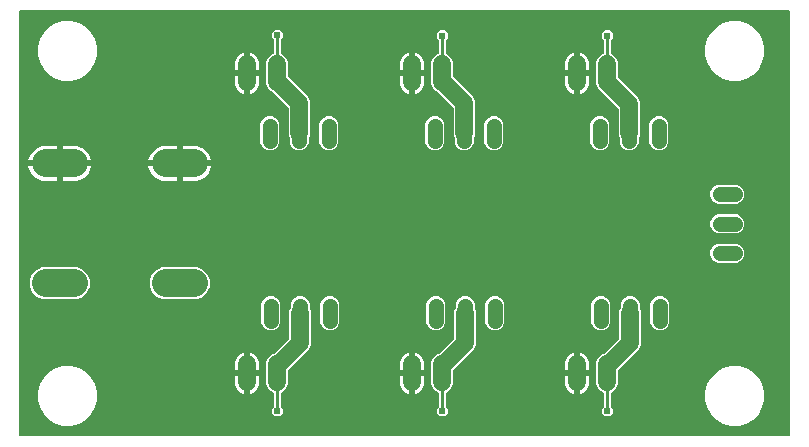
<source format=gbr>
G04 EAGLE Gerber RS-274X export*
G75*
%MOMM*%
%FSLAX34Y34*%
%LPD*%
%INBottom Copper*%
%IPPOS*%
%AMOC8*
5,1,8,0,0,1.08239X$1,22.5*%
G01*
G04 Define Apertures*
%ADD10C,1.280000*%
%ADD11C,2.400000*%
%ADD12C,1.524000*%
%ADD13C,0.254000*%
%ADD14C,0.604000*%
G36*
X661971Y10261D02*
X661476Y10160D01*
X11430Y10160D01*
X10972Y10245D01*
X10546Y10518D01*
X10261Y10935D01*
X10160Y11430D01*
X10160Y369570D01*
X10245Y370028D01*
X10518Y370454D01*
X10935Y370739D01*
X11430Y370840D01*
X661664Y370840D01*
X662122Y370754D01*
X662548Y370482D01*
X662834Y370065D01*
X662934Y369569D01*
X662746Y11429D01*
X662661Y10972D01*
X662388Y10546D01*
X661971Y10261D01*
G37*
%LPC*%
G36*
X612638Y311390D02*
X619262Y311390D01*
X625661Y313105D01*
X631399Y316417D01*
X636083Y321101D01*
X639395Y326839D01*
X641110Y333238D01*
X641110Y339862D01*
X639395Y346261D01*
X636083Y351999D01*
X631399Y356683D01*
X625661Y359995D01*
X619262Y361710D01*
X612638Y361710D01*
X606239Y359995D01*
X600501Y356683D01*
X595817Y351999D01*
X592505Y346261D01*
X590790Y339862D01*
X590790Y333238D01*
X592505Y326839D01*
X595817Y321101D01*
X600501Y316417D01*
X606239Y313105D01*
X612638Y311390D01*
G37*
G36*
X47488Y311390D02*
X54112Y311390D01*
X60511Y313105D01*
X66249Y316417D01*
X70933Y321101D01*
X74245Y326839D01*
X75960Y333238D01*
X75960Y339862D01*
X74245Y346261D01*
X70933Y351999D01*
X66249Y356683D01*
X60511Y359995D01*
X54112Y361710D01*
X47488Y361710D01*
X41089Y359995D01*
X35351Y356683D01*
X30667Y351999D01*
X27355Y346261D01*
X25640Y339862D01*
X25640Y333238D01*
X27355Y326839D01*
X30667Y321101D01*
X35351Y316417D01*
X41089Y313105D01*
X47488Y311390D01*
G37*
G36*
X245674Y252376D02*
X248826Y252376D01*
X251739Y253582D01*
X253968Y255811D01*
X255174Y258724D01*
X255174Y261683D01*
X255271Y262169D01*
X256394Y264881D01*
X256394Y293919D01*
X255002Y297280D01*
X238116Y314166D01*
X237845Y314568D01*
X237744Y315064D01*
X237744Y326939D01*
X236352Y330300D01*
X233780Y332872D01*
X232178Y333535D01*
X231780Y333796D01*
X231495Y334213D01*
X231394Y334709D01*
X231394Y345628D01*
X231487Y346104D01*
X231766Y346526D01*
X233144Y347904D01*
X233144Y351668D01*
X230482Y354330D01*
X226718Y354330D01*
X224056Y351668D01*
X224056Y347904D01*
X225434Y346526D01*
X225705Y346123D01*
X225806Y345628D01*
X225806Y334709D01*
X225717Y334241D01*
X225441Y333818D01*
X225022Y333535D01*
X223420Y332872D01*
X220848Y330300D01*
X219456Y326939D01*
X219456Y308061D01*
X220848Y304700D01*
X223420Y302128D01*
X224672Y301610D01*
X225084Y301334D01*
X237734Y288684D01*
X238005Y288282D01*
X238106Y287786D01*
X238106Y264881D01*
X239229Y262169D01*
X239326Y261683D01*
X239326Y258724D01*
X240532Y255811D01*
X242761Y253582D01*
X245674Y252376D01*
G37*
G36*
X525074Y252376D02*
X528226Y252376D01*
X531139Y253582D01*
X533368Y255811D01*
X534574Y258724D01*
X534574Y261683D01*
X534671Y262169D01*
X535794Y264881D01*
X535794Y293519D01*
X534402Y296880D01*
X517516Y313766D01*
X517245Y314168D01*
X517144Y314664D01*
X517144Y326939D01*
X515752Y330300D01*
X513180Y332872D01*
X511578Y333535D01*
X511180Y333796D01*
X510895Y334213D01*
X510794Y334709D01*
X510794Y345092D01*
X510887Y345568D01*
X511166Y345990D01*
X512544Y347368D01*
X512544Y351132D01*
X509882Y353794D01*
X506118Y353794D01*
X503456Y351132D01*
X503456Y347368D01*
X504834Y345990D01*
X505105Y345587D01*
X505206Y345092D01*
X505206Y334709D01*
X505117Y334241D01*
X504841Y333818D01*
X504422Y333535D01*
X502820Y332872D01*
X500248Y330300D01*
X498856Y326939D01*
X498856Y308061D01*
X500248Y304700D01*
X502820Y302128D01*
X503389Y301892D01*
X503801Y301617D01*
X517134Y288284D01*
X517405Y287882D01*
X517506Y287386D01*
X517506Y264881D01*
X518629Y262169D01*
X518726Y261683D01*
X518726Y258724D01*
X519932Y255811D01*
X522161Y253582D01*
X525074Y252376D01*
G37*
G36*
X385374Y252376D02*
X388526Y252376D01*
X391439Y253582D01*
X393668Y255811D01*
X394874Y258724D01*
X394874Y261683D01*
X394971Y262169D01*
X396094Y264881D01*
X396094Y294319D01*
X394702Y297680D01*
X377816Y314566D01*
X377545Y314968D01*
X377444Y315464D01*
X377444Y326939D01*
X376052Y330300D01*
X373480Y332872D01*
X371878Y333535D01*
X371480Y333796D01*
X371195Y334213D01*
X371094Y334709D01*
X371094Y345092D01*
X371187Y345568D01*
X371466Y345990D01*
X372844Y347368D01*
X372844Y351132D01*
X370182Y353794D01*
X366418Y353794D01*
X363756Y351132D01*
X363756Y347368D01*
X365134Y345990D01*
X365405Y345587D01*
X365506Y345092D01*
X365506Y334709D01*
X365417Y334241D01*
X365141Y333818D01*
X364722Y333535D01*
X363120Y332872D01*
X360548Y330300D01*
X359156Y326939D01*
X359156Y308061D01*
X360548Y304700D01*
X363120Y302128D01*
X365055Y301327D01*
X365467Y301051D01*
X377434Y289084D01*
X377705Y288682D01*
X377806Y288186D01*
X377806Y264881D01*
X378929Y262169D01*
X379026Y261683D01*
X379026Y258724D01*
X380232Y255811D01*
X382461Y253582D01*
X385374Y252376D01*
G37*
G36*
X193040Y320040D02*
X200660Y320040D01*
X200660Y335065D01*
X197445Y333733D01*
X194587Y330875D01*
X193040Y327141D01*
X193040Y320040D01*
G37*
G36*
X205740Y320040D02*
X213360Y320040D01*
X213360Y327141D01*
X211813Y330875D01*
X208955Y333733D01*
X205740Y335065D01*
X205740Y320040D01*
G37*
G36*
X332740Y320040D02*
X340360Y320040D01*
X340360Y335065D01*
X337145Y333733D01*
X334287Y330875D01*
X332740Y327141D01*
X332740Y320040D01*
G37*
G36*
X345440Y320040D02*
X353060Y320040D01*
X353060Y327141D01*
X351513Y330875D01*
X348655Y333733D01*
X345440Y335065D01*
X345440Y320040D01*
G37*
G36*
X472440Y320040D02*
X480060Y320040D01*
X480060Y335065D01*
X476845Y333733D01*
X473987Y330875D01*
X472440Y327141D01*
X472440Y320040D01*
G37*
G36*
X485140Y320040D02*
X492760Y320040D01*
X492760Y327141D01*
X491213Y330875D01*
X488355Y333733D01*
X485140Y335065D01*
X485140Y320040D01*
G37*
G36*
X485140Y314960D02*
X485140Y299935D01*
X488355Y301267D01*
X491213Y304125D01*
X492760Y307859D01*
X492760Y314960D01*
X485140Y314960D01*
G37*
G36*
X476845Y301267D02*
X480060Y299935D01*
X480060Y314960D01*
X472440Y314960D01*
X472440Y307859D01*
X473987Y304125D01*
X476845Y301267D01*
G37*
G36*
X345440Y314960D02*
X345440Y299935D01*
X348655Y301267D01*
X351513Y304125D01*
X353060Y307859D01*
X353060Y314960D01*
X345440Y314960D01*
G37*
G36*
X337145Y301267D02*
X340360Y299935D01*
X340360Y314960D01*
X332740Y314960D01*
X332740Y307859D01*
X334287Y304125D01*
X337145Y301267D01*
G37*
G36*
X205740Y314960D02*
X205740Y299935D01*
X208955Y301267D01*
X211813Y304125D01*
X213360Y307859D01*
X213360Y314960D01*
X205740Y314960D01*
G37*
G36*
X197445Y301267D02*
X200660Y299935D01*
X200660Y314960D01*
X193040Y314960D01*
X193040Y307859D01*
X194587Y304125D01*
X197445Y301267D01*
G37*
G36*
X550074Y252376D02*
X553226Y252376D01*
X556139Y253582D01*
X558368Y255811D01*
X559574Y258724D01*
X559574Y274676D01*
X558368Y277589D01*
X556139Y279818D01*
X553226Y281024D01*
X550074Y281024D01*
X547161Y279818D01*
X544932Y277589D01*
X543726Y274676D01*
X543726Y258724D01*
X544932Y255811D01*
X547161Y253582D01*
X550074Y252376D01*
G37*
G36*
X500074Y252376D02*
X503226Y252376D01*
X506139Y253582D01*
X508368Y255811D01*
X509574Y258724D01*
X509574Y274676D01*
X508368Y277589D01*
X506139Y279818D01*
X503226Y281024D01*
X500074Y281024D01*
X497161Y279818D01*
X494932Y277589D01*
X493726Y274676D01*
X493726Y258724D01*
X494932Y255811D01*
X497161Y253582D01*
X500074Y252376D01*
G37*
G36*
X410374Y252376D02*
X413526Y252376D01*
X416439Y253582D01*
X418668Y255811D01*
X419874Y258724D01*
X419874Y274676D01*
X418668Y277589D01*
X416439Y279818D01*
X413526Y281024D01*
X410374Y281024D01*
X407461Y279818D01*
X405232Y277589D01*
X404026Y274676D01*
X404026Y258724D01*
X405232Y255811D01*
X407461Y253582D01*
X410374Y252376D01*
G37*
G36*
X360374Y252376D02*
X363526Y252376D01*
X366439Y253582D01*
X368668Y255811D01*
X369874Y258724D01*
X369874Y274676D01*
X368668Y277589D01*
X366439Y279818D01*
X363526Y281024D01*
X360374Y281024D01*
X357461Y279818D01*
X355232Y277589D01*
X354026Y274676D01*
X354026Y258724D01*
X355232Y255811D01*
X357461Y253582D01*
X360374Y252376D01*
G37*
G36*
X270674Y252376D02*
X273826Y252376D01*
X276739Y253582D01*
X278968Y255811D01*
X280174Y258724D01*
X280174Y274676D01*
X278968Y277589D01*
X276739Y279818D01*
X273826Y281024D01*
X270674Y281024D01*
X267761Y279818D01*
X265532Y277589D01*
X264326Y274676D01*
X264326Y258724D01*
X265532Y255811D01*
X267761Y253582D01*
X270674Y252376D01*
G37*
G36*
X220674Y252376D02*
X223826Y252376D01*
X226739Y253582D01*
X228968Y255811D01*
X230174Y258724D01*
X230174Y274676D01*
X228968Y277589D01*
X226739Y279818D01*
X223826Y281024D01*
X220674Y281024D01*
X217761Y279818D01*
X215532Y277589D01*
X214326Y274676D01*
X214326Y258724D01*
X215532Y255811D01*
X217761Y253582D01*
X220674Y252376D01*
G37*
G36*
X119510Y243840D02*
X143510Y243840D01*
X143510Y255840D01*
X131158Y255840D01*
X125814Y253626D01*
X121724Y249536D01*
X119510Y244192D01*
X119510Y243840D01*
G37*
G36*
X17910Y243840D02*
X41910Y243840D01*
X41910Y255840D01*
X29558Y255840D01*
X24214Y253626D01*
X20124Y249536D01*
X17910Y244192D01*
X17910Y243840D01*
G37*
G36*
X46990Y243840D02*
X70990Y243840D01*
X70990Y244192D01*
X68776Y249536D01*
X64686Y253626D01*
X59342Y255840D01*
X46990Y255840D01*
X46990Y243840D01*
G37*
G36*
X148590Y243840D02*
X172590Y243840D01*
X172590Y244192D01*
X170376Y249536D01*
X166286Y253626D01*
X160942Y255840D01*
X148590Y255840D01*
X148590Y243840D01*
G37*
G36*
X148590Y226760D02*
X160942Y226760D01*
X166286Y228974D01*
X170376Y233064D01*
X172590Y238408D01*
X172590Y238760D01*
X148590Y238760D01*
X148590Y226760D01*
G37*
G36*
X131158Y226760D02*
X143510Y226760D01*
X143510Y238760D01*
X119510Y238760D01*
X119510Y238408D01*
X121724Y233064D01*
X125814Y228974D01*
X131158Y226760D01*
G37*
G36*
X46990Y226760D02*
X59342Y226760D01*
X64686Y228974D01*
X68776Y233064D01*
X70990Y238408D01*
X70990Y238760D01*
X46990Y238760D01*
X46990Y226760D01*
G37*
G36*
X29558Y226760D02*
X41910Y226760D01*
X41910Y238760D01*
X17910Y238760D01*
X17910Y238408D01*
X20124Y233064D01*
X24214Y228974D01*
X29558Y226760D01*
G37*
G36*
X601624Y207176D02*
X617576Y207176D01*
X620489Y208382D01*
X622718Y210611D01*
X623924Y213524D01*
X623924Y216676D01*
X622718Y219589D01*
X620489Y221818D01*
X617576Y223024D01*
X601624Y223024D01*
X598711Y221818D01*
X596482Y219589D01*
X595276Y216676D01*
X595276Y213524D01*
X596482Y210611D01*
X598711Y208382D01*
X601624Y207176D01*
G37*
G36*
X601624Y182176D02*
X617576Y182176D01*
X620489Y183382D01*
X622718Y185611D01*
X623924Y188524D01*
X623924Y191676D01*
X622718Y194589D01*
X620489Y196818D01*
X617576Y198024D01*
X601624Y198024D01*
X598711Y196818D01*
X596482Y194589D01*
X595276Y191676D01*
X595276Y188524D01*
X596482Y185611D01*
X598711Y183382D01*
X601624Y182176D01*
G37*
G36*
X601624Y157176D02*
X617576Y157176D01*
X620489Y158382D01*
X622718Y160611D01*
X623924Y163524D01*
X623924Y166676D01*
X622718Y169589D01*
X620489Y171818D01*
X617576Y173024D01*
X601624Y173024D01*
X598711Y171818D01*
X596482Y169589D01*
X595276Y166676D01*
X595276Y163524D01*
X596482Y160611D01*
X598711Y158382D01*
X601624Y157176D01*
G37*
G36*
X131360Y126176D02*
X160740Y126176D01*
X165711Y128235D01*
X169515Y132039D01*
X171574Y137010D01*
X171574Y142390D01*
X169515Y147361D01*
X165711Y151165D01*
X160740Y153224D01*
X131360Y153224D01*
X126389Y151165D01*
X122585Y147361D01*
X120526Y142390D01*
X120526Y137010D01*
X122585Y132039D01*
X126389Y128235D01*
X131360Y126176D01*
G37*
G36*
X29760Y126176D02*
X59140Y126176D01*
X64111Y128235D01*
X67915Y132039D01*
X69974Y137010D01*
X69974Y142390D01*
X67915Y147361D01*
X64111Y151165D01*
X59140Y153224D01*
X29760Y153224D01*
X24789Y151165D01*
X20985Y147361D01*
X18926Y142390D01*
X18926Y137010D01*
X20985Y132039D01*
X24789Y128235D01*
X29760Y126176D01*
G37*
G36*
X361174Y99976D02*
X364326Y99976D01*
X367239Y101182D01*
X369468Y103411D01*
X370674Y106324D01*
X370674Y122276D01*
X369468Y125189D01*
X367239Y127418D01*
X364326Y128624D01*
X361174Y128624D01*
X358261Y127418D01*
X356032Y125189D01*
X354826Y122276D01*
X354826Y106324D01*
X356032Y103411D01*
X358261Y101182D01*
X361174Y99976D01*
G37*
G36*
X271474Y99976D02*
X274626Y99976D01*
X277539Y101182D01*
X279768Y103411D01*
X280974Y106324D01*
X280974Y122276D01*
X279768Y125189D01*
X277539Y127418D01*
X274626Y128624D01*
X271474Y128624D01*
X268561Y127418D01*
X266332Y125189D01*
X265126Y122276D01*
X265126Y106324D01*
X266332Y103411D01*
X268561Y101182D01*
X271474Y99976D01*
G37*
G36*
X226718Y27206D02*
X230482Y27206D01*
X233144Y29868D01*
X233144Y33632D01*
X231766Y35010D01*
X231495Y35413D01*
X231394Y35908D01*
X231394Y46291D01*
X231483Y46759D01*
X231759Y47182D01*
X232178Y47465D01*
X233780Y48128D01*
X236352Y50700D01*
X237744Y54061D01*
X237744Y65536D01*
X237837Y66013D01*
X238116Y66434D01*
X255802Y84120D01*
X257194Y87481D01*
X257194Y116119D01*
X256071Y118831D01*
X255974Y119317D01*
X255974Y122276D01*
X254768Y125189D01*
X252539Y127418D01*
X249626Y128624D01*
X246474Y128624D01*
X243561Y127418D01*
X241332Y125189D01*
X240126Y122276D01*
X240126Y119317D01*
X240029Y118831D01*
X238906Y116119D01*
X238906Y93614D01*
X238813Y93137D01*
X238534Y92716D01*
X225767Y79949D01*
X225355Y79673D01*
X223420Y78872D01*
X220848Y76300D01*
X219456Y72939D01*
X219456Y54061D01*
X220848Y50700D01*
X223420Y48128D01*
X225022Y47465D01*
X225420Y47204D01*
X225705Y46787D01*
X225806Y46291D01*
X225806Y35908D01*
X225713Y35432D01*
X225434Y35010D01*
X224056Y33632D01*
X224056Y29868D01*
X226718Y27206D01*
G37*
G36*
X221474Y99976D02*
X224626Y99976D01*
X227539Y101182D01*
X229768Y103411D01*
X230974Y106324D01*
X230974Y122276D01*
X229768Y125189D01*
X227539Y127418D01*
X224626Y128624D01*
X221474Y128624D01*
X218561Y127418D01*
X216332Y125189D01*
X215126Y122276D01*
X215126Y106324D01*
X216332Y103411D01*
X218561Y101182D01*
X221474Y99976D01*
G37*
G36*
X550874Y99976D02*
X554026Y99976D01*
X556939Y101182D01*
X559168Y103411D01*
X560374Y106324D01*
X560374Y122276D01*
X559168Y125189D01*
X556939Y127418D01*
X554026Y128624D01*
X550874Y128624D01*
X547961Y127418D01*
X545732Y125189D01*
X544526Y122276D01*
X544526Y106324D01*
X545732Y103411D01*
X547961Y101182D01*
X550874Y99976D01*
G37*
G36*
X506118Y27206D02*
X509882Y27206D01*
X512544Y29868D01*
X512544Y33632D01*
X511166Y35010D01*
X510895Y35413D01*
X510794Y35908D01*
X510794Y46291D01*
X510883Y46759D01*
X511159Y47182D01*
X511578Y47465D01*
X513180Y48128D01*
X515752Y50700D01*
X517144Y54061D01*
X517144Y65536D01*
X517237Y66013D01*
X517516Y66434D01*
X535202Y84120D01*
X536594Y87481D01*
X536594Y116119D01*
X535471Y118831D01*
X535374Y119317D01*
X535374Y122276D01*
X534168Y125189D01*
X531939Y127418D01*
X529026Y128624D01*
X525874Y128624D01*
X522961Y127418D01*
X520732Y125189D01*
X519526Y122276D01*
X519526Y119317D01*
X519429Y118831D01*
X518306Y116119D01*
X518306Y93614D01*
X518213Y93137D01*
X517934Y92716D01*
X505167Y79949D01*
X504755Y79673D01*
X502820Y78872D01*
X500248Y76300D01*
X498856Y72939D01*
X498856Y54061D01*
X500248Y50700D01*
X502820Y48128D01*
X504422Y47465D01*
X504820Y47204D01*
X505105Y46787D01*
X505206Y46291D01*
X505206Y35908D01*
X505113Y35432D01*
X504834Y35010D01*
X503456Y33632D01*
X503456Y29868D01*
X506118Y27206D01*
G37*
G36*
X500874Y99976D02*
X504026Y99976D01*
X506939Y101182D01*
X509168Y103411D01*
X510374Y106324D01*
X510374Y122276D01*
X509168Y125189D01*
X506939Y127418D01*
X504026Y128624D01*
X500874Y128624D01*
X497961Y127418D01*
X495732Y125189D01*
X494526Y122276D01*
X494526Y106324D01*
X495732Y103411D01*
X497961Y101182D01*
X500874Y99976D01*
G37*
G36*
X411174Y99976D02*
X414326Y99976D01*
X417239Y101182D01*
X419468Y103411D01*
X420674Y106324D01*
X420674Y122276D01*
X419468Y125189D01*
X417239Y127418D01*
X414326Y128624D01*
X411174Y128624D01*
X408261Y127418D01*
X406032Y125189D01*
X404826Y122276D01*
X404826Y106324D01*
X406032Y103411D01*
X408261Y101182D01*
X411174Y99976D01*
G37*
G36*
X366418Y27206D02*
X370182Y27206D01*
X372844Y29868D01*
X372844Y33632D01*
X371466Y35010D01*
X371195Y35413D01*
X371094Y35908D01*
X371094Y46291D01*
X371183Y46759D01*
X371459Y47182D01*
X371878Y47465D01*
X373480Y48128D01*
X376052Y50700D01*
X377444Y54061D01*
X377444Y65536D01*
X377537Y66013D01*
X377816Y66434D01*
X395502Y84120D01*
X396894Y87481D01*
X396894Y116119D01*
X395771Y118831D01*
X395674Y119317D01*
X395674Y122276D01*
X394468Y125189D01*
X392239Y127418D01*
X389326Y128624D01*
X386174Y128624D01*
X383261Y127418D01*
X381032Y125189D01*
X379826Y122276D01*
X379826Y119317D01*
X379729Y118831D01*
X378606Y116119D01*
X378606Y93614D01*
X378513Y93137D01*
X378234Y92716D01*
X365467Y79949D01*
X365055Y79673D01*
X363120Y78872D01*
X360548Y76300D01*
X359156Y72939D01*
X359156Y54061D01*
X360548Y50700D01*
X363120Y48128D01*
X364722Y47465D01*
X365120Y47204D01*
X365405Y46787D01*
X365506Y46291D01*
X365506Y35908D01*
X365413Y35432D01*
X365134Y35010D01*
X363756Y33632D01*
X363756Y29868D01*
X366418Y27206D01*
G37*
G36*
X193040Y66040D02*
X200660Y66040D01*
X200660Y81065D01*
X197445Y79733D01*
X194587Y76875D01*
X193040Y73141D01*
X193040Y66040D01*
G37*
G36*
X205740Y66040D02*
X213360Y66040D01*
X213360Y73141D01*
X211813Y76875D01*
X208955Y79733D01*
X205740Y81065D01*
X205740Y66040D01*
G37*
G36*
X332740Y66040D02*
X340360Y66040D01*
X340360Y81065D01*
X337145Y79733D01*
X334287Y76875D01*
X332740Y73141D01*
X332740Y66040D01*
G37*
G36*
X345440Y66040D02*
X353060Y66040D01*
X353060Y73141D01*
X351513Y76875D01*
X348655Y79733D01*
X345440Y81065D01*
X345440Y66040D01*
G37*
G36*
X472440Y66040D02*
X480060Y66040D01*
X480060Y81065D01*
X476845Y79733D01*
X473987Y76875D01*
X472440Y73141D01*
X472440Y66040D01*
G37*
G36*
X485140Y66040D02*
X492760Y66040D01*
X492760Y73141D01*
X491213Y76875D01*
X488355Y79733D01*
X485140Y81065D01*
X485140Y66040D01*
G37*
G36*
X612638Y19290D02*
X619262Y19290D01*
X625661Y21005D01*
X631399Y24317D01*
X636083Y29001D01*
X639395Y34739D01*
X641110Y41138D01*
X641110Y47762D01*
X639395Y54161D01*
X636083Y59899D01*
X631399Y64583D01*
X625661Y67895D01*
X619262Y69610D01*
X612638Y69610D01*
X606239Y67895D01*
X600501Y64583D01*
X595817Y59899D01*
X592505Y54161D01*
X590790Y47762D01*
X590790Y41138D01*
X592505Y34739D01*
X595817Y29001D01*
X600501Y24317D01*
X606239Y21005D01*
X612638Y19290D01*
G37*
G36*
X47488Y19290D02*
X54112Y19290D01*
X60511Y21005D01*
X66249Y24317D01*
X70933Y29001D01*
X74245Y34739D01*
X75960Y41138D01*
X75960Y47762D01*
X74245Y54161D01*
X70933Y59899D01*
X66249Y64583D01*
X60511Y67895D01*
X54112Y69610D01*
X47488Y69610D01*
X41089Y67895D01*
X35351Y64583D01*
X30667Y59899D01*
X27355Y54161D01*
X25640Y47762D01*
X25640Y41138D01*
X27355Y34739D01*
X30667Y29001D01*
X35351Y24317D01*
X41089Y21005D01*
X47488Y19290D01*
G37*
G36*
X485140Y60960D02*
X485140Y45935D01*
X488355Y47267D01*
X491213Y50125D01*
X492760Y53859D01*
X492760Y60960D01*
X485140Y60960D01*
G37*
G36*
X476845Y47267D02*
X480060Y45935D01*
X480060Y60960D01*
X472440Y60960D01*
X472440Y53859D01*
X473987Y50125D01*
X476845Y47267D01*
G37*
G36*
X345440Y60960D02*
X345440Y45935D01*
X348655Y47267D01*
X351513Y50125D01*
X353060Y53859D01*
X353060Y60960D01*
X345440Y60960D01*
G37*
G36*
X337145Y47267D02*
X340360Y45935D01*
X340360Y60960D01*
X332740Y60960D01*
X332740Y53859D01*
X334287Y50125D01*
X337145Y47267D01*
G37*
G36*
X205740Y60960D02*
X205740Y45935D01*
X208955Y47267D01*
X211813Y50125D01*
X213360Y53859D01*
X213360Y60960D01*
X205740Y60960D01*
G37*
G36*
X197445Y47267D02*
X200660Y45935D01*
X200660Y60960D01*
X193040Y60960D01*
X193040Y53859D01*
X194587Y50125D01*
X197445Y47267D01*
G37*
%LPD*%
D10*
X362750Y120700D02*
X362750Y107900D01*
X387750Y107900D02*
X387750Y120700D01*
X412750Y120700D02*
X412750Y107900D01*
X502450Y107900D02*
X502450Y120700D01*
X527450Y120700D02*
X527450Y107900D01*
X552450Y107900D02*
X552450Y120700D01*
X411950Y260300D02*
X411950Y273100D01*
X386950Y273100D02*
X386950Y260300D01*
X361950Y260300D02*
X361950Y273100D01*
X551650Y273100D02*
X551650Y260300D01*
X526650Y260300D02*
X526650Y273100D01*
X501650Y273100D02*
X501650Y260300D01*
D11*
X158050Y241300D02*
X134050Y241300D01*
X56450Y241300D02*
X32450Y241300D01*
X134050Y139700D02*
X158050Y139700D01*
X56450Y139700D02*
X32450Y139700D01*
D12*
X368300Y71120D02*
X368300Y55880D01*
X342900Y55880D02*
X342900Y71120D01*
X228600Y71120D02*
X228600Y55880D01*
X203200Y55880D02*
X203200Y71120D01*
X508000Y71120D02*
X508000Y55880D01*
X482600Y55880D02*
X482600Y71120D01*
X228600Y309880D02*
X228600Y325120D01*
X203200Y325120D02*
X203200Y309880D01*
X368300Y309880D02*
X368300Y325120D01*
X342900Y325120D02*
X342900Y309880D01*
X508000Y309880D02*
X508000Y325120D01*
X482600Y325120D02*
X482600Y309880D01*
D10*
X603200Y215100D02*
X616000Y215100D01*
X616000Y190100D02*
X603200Y190100D01*
X603200Y165100D02*
X616000Y165100D01*
X223050Y120700D02*
X223050Y107900D01*
X248050Y107900D02*
X248050Y120700D01*
X273050Y120700D02*
X273050Y107900D01*
X272250Y260300D02*
X272250Y273100D01*
X247250Y273100D02*
X247250Y260300D01*
X222250Y260300D02*
X222250Y273100D01*
D12*
X248050Y114300D02*
X248050Y89300D01*
X228600Y69850D01*
X228600Y63500D01*
D13*
X228600Y31750D01*
D14*
X228600Y31750D03*
D12*
X527450Y89300D02*
X527450Y114300D01*
X527450Y89300D02*
X508000Y69850D01*
X508000Y63500D01*
D13*
X508000Y31750D01*
D14*
X508000Y31750D03*
D12*
X387750Y89300D02*
X387750Y114300D01*
X387750Y89300D02*
X368300Y69850D01*
X368300Y63500D01*
D13*
X368300Y31750D01*
D14*
X368300Y31750D03*
D12*
X247250Y266700D02*
X247250Y292100D01*
X228600Y310750D01*
X228600Y317500D01*
D14*
X228600Y349786D03*
D13*
X228600Y317500D01*
X501650Y317500D02*
X508000Y317500D01*
X508000Y349250D01*
D14*
X508000Y349250D03*
D12*
X526650Y291700D02*
X526650Y266700D01*
X508000Y310350D02*
X508000Y317500D01*
X508000Y310350D02*
X526650Y291700D01*
D14*
X368300Y349250D03*
D12*
X368300Y311150D02*
X386950Y292500D01*
X368300Y311150D02*
X368300Y317500D01*
D13*
X368300Y349250D01*
D12*
X386950Y292500D02*
X386950Y266700D01*
M02*

</source>
